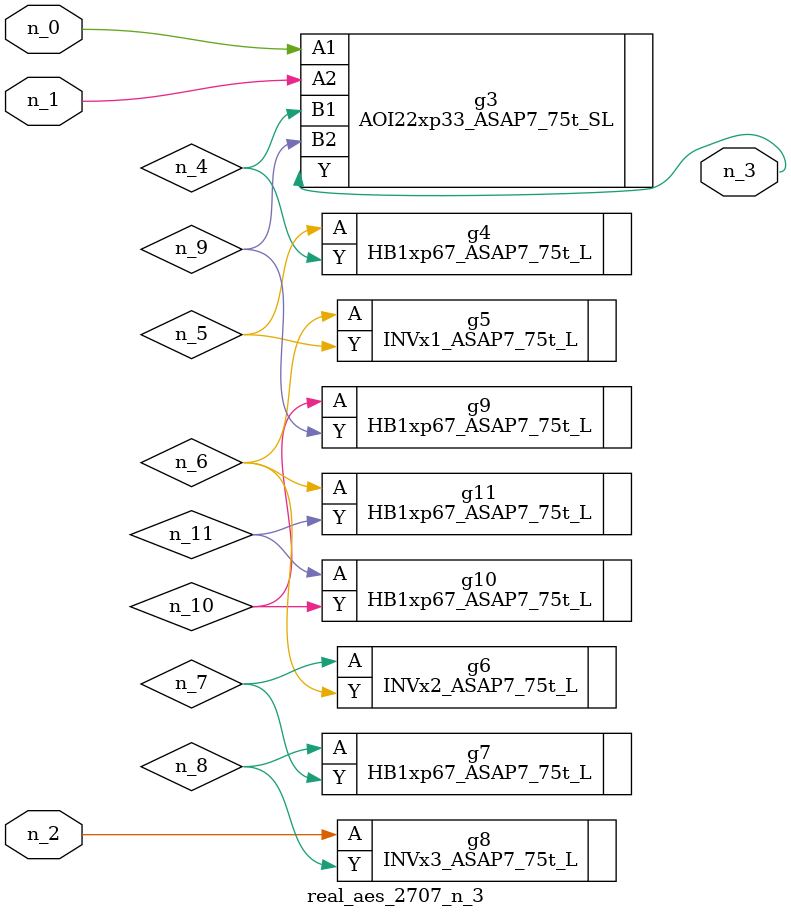
<source format=v>
module real_aes_2707_n_3 (n_0, n_2, n_1, n_3);
input n_0;
input n_2;
input n_1;
output n_3;
wire n_4;
wire n_5;
wire n_7;
wire n_9;
wire n_6;
wire n_8;
wire n_10;
wire n_11;
AOI22xp33_ASAP7_75t_SL g3 ( .A1(n_0), .A2(n_1), .B1(n_4), .B2(n_9), .Y(n_3) );
INVx3_ASAP7_75t_L g8 ( .A(n_2), .Y(n_8) );
HB1xp67_ASAP7_75t_L g4 ( .A(n_5), .Y(n_4) );
INVx1_ASAP7_75t_L g5 ( .A(n_6), .Y(n_5) );
HB1xp67_ASAP7_75t_L g11 ( .A(n_6), .Y(n_11) );
INVx2_ASAP7_75t_L g6 ( .A(n_7), .Y(n_6) );
HB1xp67_ASAP7_75t_L g7 ( .A(n_8), .Y(n_7) );
HB1xp67_ASAP7_75t_L g9 ( .A(n_10), .Y(n_9) );
HB1xp67_ASAP7_75t_L g10 ( .A(n_11), .Y(n_10) );
endmodule
</source>
